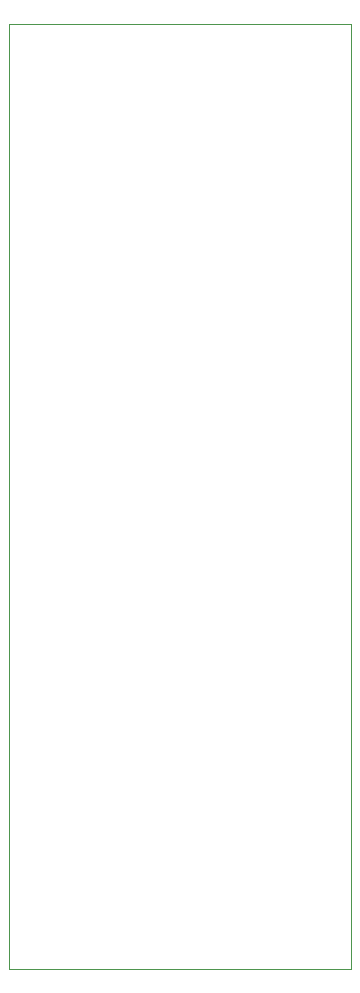
<source format=gbr>
%TF.GenerationSoftware,KiCad,Pcbnew,8.0.6*%
%TF.CreationDate,2024-11-20T19:23:55-05:00*%
%TF.ProjectId,solouno_sidepanel,736f6c6f-756e-46f5-9f73-69646570616e,rev?*%
%TF.SameCoordinates,Original*%
%TF.FileFunction,Profile,NP*%
%FSLAX46Y46*%
G04 Gerber Fmt 4.6, Leading zero omitted, Abs format (unit mm)*
G04 Created by KiCad (PCBNEW 8.0.6) date 2024-11-20 19:23:55*
%MOMM*%
%LPD*%
G01*
G04 APERTURE LIST*
%TA.AperFunction,Profile*%
%ADD10C,0.050000*%
%TD*%
G04 APERTURE END LIST*
D10*
X52510000Y-89580000D02*
X81510000Y-89580000D01*
X81510000Y-169580000D01*
X52510000Y-169580000D01*
X52510000Y-89580000D01*
M02*

</source>
